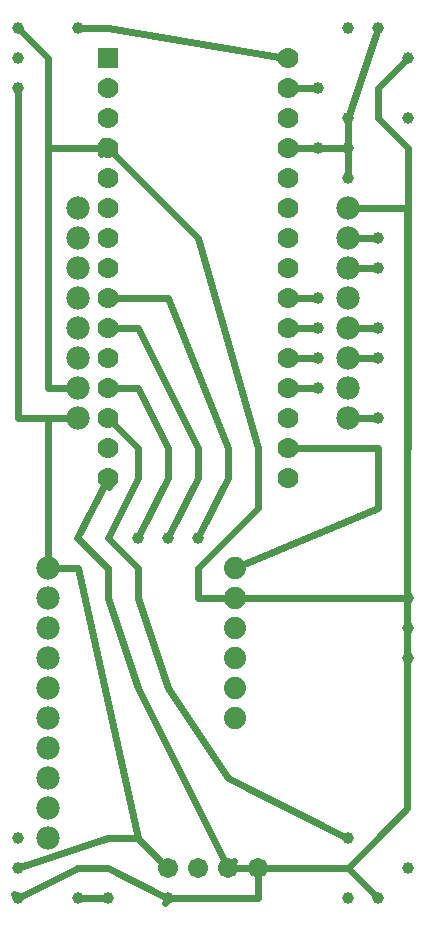
<source format=gbr>
G04*
G04 GERBER (RE)GENERATED BY FLATCAM v8.994 - www.flatcam.org - Version Date: 2020/11/7*
G04 Filename: cablabe drone_copperTop.gtl_edit*
G04 Created on : Sunday, 23 May 2021 at 01:13*
G04*
G04 RS-274X GERBER GENERATED BY FLATCAM v8.994 - www.flatcam.org - Version Date: 2020/11/7*
G04 Filename: cablabe drone_copperTop.gtl_edit*
G04 Created on : Sunday, 23 May 2021 at 01:12*
%FSLAX24Y24*%
%MOIN*%
%ADD10C,0.06719486561*%
%ADD11C,0.077999844*%
%ADD12C,0.03936992126*%
%ADD13C,0.06999986000000001*%
%ADD14C,0.074290851418*%
%ADD15R,0.06997186005600001X0.06999986000000001*%
%ADD16C,0.023999952*%

G70*
G90*
G01*
%LPD*%
D10*
X05890Y02080D03*
X06890Y02080D03*
X07890Y02080D03*
X08890Y02080D03*
D11*
X02900Y17080D03*
X02900Y18080D03*
X02900Y19080D03*
X02900Y20080D03*
X02900Y21080D03*
X02900Y22080D03*
X02900Y23080D03*
X02900Y24080D03*
X11900Y24080D03*
X11900Y23080D03*
X11900Y22080D03*
X11900Y21080D03*
X11900Y20080D03*
X11900Y19080D03*
X11900Y18080D03*
X11900Y17080D03*
X02900Y17080D03*
X02900Y18080D03*
X02900Y19080D03*
X02900Y20080D03*
X02900Y21080D03*
X02900Y22080D03*
X02900Y23080D03*
X02900Y24080D03*
X11900Y24080D03*
X11900Y23080D03*
X11900Y22080D03*
X11900Y21080D03*
X11900Y20080D03*
X11900Y19080D03*
X11900Y18080D03*
X11900Y17080D03*
X01900Y05080D03*
X01900Y06080D03*
X01900Y07080D03*
X01890Y08080D03*
X01900Y09080D03*
X01900Y10080D03*
X01900Y11080D03*
X01900Y12080D03*
X01900Y03080D03*
X01900Y04080D03*
D12*
X12900Y23080D03*
X12900Y19080D03*
X12900Y22080D03*
X12900Y17080D03*
X12900Y20080D03*
X02890Y30080D03*
X13900Y29080D03*
X10900Y28080D03*
X10900Y26080D03*
X10900Y21080D03*
X10900Y20080D03*
X10900Y18080D03*
X10900Y19080D03*
X00890Y30080D03*
X00890Y28080D03*
X11900Y30080D03*
X12900Y30080D03*
X00890Y29080D03*
X13900Y27080D03*
X11900Y03080D03*
X08890Y02080D03*
X07890Y02080D03*
X06890Y02080D03*
X05890Y02080D03*
X00900Y01080D03*
X05890Y01080D03*
X03900Y01080D03*
X02890Y01080D03*
X00890Y03080D03*
X00890Y02080D03*
X13900Y02080D03*
X12900Y01080D03*
X11900Y01080D03*
X06890Y13080D03*
X04890Y13080D03*
X05890Y13080D03*
X13900Y11080D03*
X13900Y10080D03*
X13900Y09080D03*
X11900Y26080D03*
X11900Y25080D03*
X11900Y27080D03*
D13*
X03900Y29080D03*
X03900Y28080D03*
X03900Y27080D03*
X03900Y26080D03*
X03900Y25080D03*
X03900Y24080D03*
X03900Y23080D03*
X03900Y22080D03*
X03900Y21080D03*
X03900Y20080D03*
X03900Y19080D03*
X03900Y18080D03*
X03900Y17080D03*
X03900Y16080D03*
X03900Y15080D03*
X09900Y29080D03*
X09900Y28080D03*
X09900Y27080D03*
X09900Y26080D03*
X09900Y25080D03*
X09900Y24080D03*
X09900Y23080D03*
X09900Y22080D03*
X09900Y21080D03*
X09900Y20080D03*
X09900Y19080D03*
X09900Y18080D03*
X09900Y17080D03*
X09900Y16080D03*
X09900Y15080D03*
D14*
X08150Y07070D03*
X08150Y08070D03*
X08150Y09080D03*
X08150Y10080D03*
X08150Y11080D03*
X08150Y12090D03*
D15*
X03890Y29080D03*
D16*
X12900Y03090D02*
X13880Y04070D01*
X11900Y02090D02*
X12900Y03090D01*
X13880Y04070D02*
X13880Y11080D01*
X12890Y01080D02*
X11900Y02090D01*
X11900Y02090D02*
X12890Y01080D01*
X08910Y01090D02*
X08900Y01770D01*
X05810Y00910D02*
X05890Y01070D01*
X05890Y01070D02*
X08910Y01090D01*
X08900Y11070D02*
X13880Y11080D01*
X13880Y11080D02*
X08900Y11070D01*
X04900Y03090D02*
X02890Y12070D01*
X09200Y02080D02*
X11900Y02090D01*
X13880Y11080D02*
X08470Y11080D01*
X05680Y02300D02*
X04900Y03090D01*
X02900Y12070D02*
X02200Y12080D01*
X03890Y12080D02*
X02880Y13090D01*
X13880Y16070D02*
X13880Y24070D01*
X13880Y11080D02*
X11890Y11080D01*
X11890Y11080D02*
X13880Y11080D01*
X04900Y08090D02*
X03910Y11080D01*
X03910Y11080D02*
X03890Y12080D01*
X02880Y13090D02*
X03900Y15070D01*
X04900Y08080D02*
X04900Y08090D01*
X03910Y11080D02*
X03900Y11080D01*
X13880Y24070D02*
X12200Y24080D01*
X07900Y02090D02*
X04900Y08080D01*
X08100Y02310D02*
X07900Y02090D01*
X03900Y15070D02*
X03930Y14790D01*
X08470Y11080D02*
X13880Y11080D01*
X13880Y11080D02*
X13880Y16070D01*
X12710Y20080D02*
X12200Y20080D01*
X12710Y19080D02*
X12200Y19080D01*
X12710Y17080D02*
X12200Y17080D01*
X12900Y14070D02*
X12900Y16080D01*
X01890Y18070D02*
X01890Y26080D01*
X03890Y26090D02*
X03880Y26070D01*
X01890Y26080D02*
X03890Y26090D01*
X03880Y26070D02*
X03670Y25890D01*
X02590Y18080D02*
X01890Y18070D01*
X03910Y30090D02*
X03080Y30080D01*
X09610Y29130D02*
X03910Y30090D01*
X08440Y12210D02*
X12900Y14070D01*
X12900Y16080D02*
X10190Y16080D01*
X03710Y01080D02*
X03080Y01080D01*
X13900Y26080D02*
X12900Y27080D01*
X12900Y27080D02*
X12890Y28070D01*
X12890Y28070D02*
X13760Y28950D01*
X13900Y16070D02*
X13900Y26080D01*
X13880Y24070D02*
X13900Y16070D01*
X12200Y24080D02*
X13880Y24070D01*
X00890Y01090D02*
X00760Y01220D01*
X02880Y02080D02*
X02890Y02080D01*
X02890Y02080D02*
X00890Y01090D01*
X03890Y02070D02*
X02880Y02080D01*
X05720Y01160D02*
X03890Y02070D01*
X11900Y02090D02*
X12760Y01220D01*
X09200Y02080D02*
X11900Y02090D01*
X06900Y11080D02*
X06900Y12080D01*
X08900Y16080D02*
X06900Y23080D01*
X08900Y14070D02*
X08900Y16080D01*
X01900Y26090D02*
X01900Y29070D01*
X01900Y29070D02*
X01030Y29950D01*
X06900Y23080D02*
X05890Y24080D01*
X12710Y23080D02*
X12200Y23080D01*
X12710Y22080D02*
X12200Y22080D01*
X07900Y11080D02*
X06900Y11080D01*
X05890Y24080D02*
X04100Y25870D01*
X06900Y12080D02*
X08900Y14070D01*
X07840Y11080D02*
X07900Y11080D01*
X08200Y02080D02*
X08590Y02080D01*
X03890Y26090D02*
X01900Y26090D01*
X03730Y26320D02*
X03890Y26090D01*
X10710Y21080D02*
X10190Y21080D01*
X10710Y20080D02*
X10190Y20080D01*
X10710Y19080D02*
X10190Y19080D01*
X10710Y18080D02*
X10190Y18080D01*
X04900Y03070D02*
X03910Y03070D01*
X03910Y03070D02*
X01080Y02140D01*
X05680Y02300D02*
X04900Y03070D01*
X10710Y28080D02*
X10190Y28080D01*
X11890Y27080D02*
X12830Y29900D01*
X11890Y26090D02*
X11890Y27080D01*
X10900Y26080D02*
X11890Y26090D01*
X10190Y26080D02*
X10900Y26080D01*
X03890Y13090D02*
X04900Y15070D01*
X07890Y05070D02*
X05890Y08070D01*
X05890Y08070D02*
X04890Y11080D01*
X04890Y11080D02*
X04900Y11080D01*
X04900Y11080D02*
X04890Y12070D01*
X04890Y12070D02*
X03890Y13090D01*
X04900Y15070D02*
X04900Y16070D01*
X04900Y16070D02*
X04100Y16870D01*
X11730Y03160D02*
X07890Y05070D01*
X01900Y17090D02*
X02590Y17080D01*
X01900Y12380D02*
X01900Y17090D01*
X01900Y17090D02*
X02590Y17080D01*
X00890Y17080D02*
X01900Y17090D01*
X00890Y27890D02*
X00890Y17080D01*
X04890Y18080D02*
X04190Y18080D01*
X04890Y20070D02*
X04190Y20080D01*
X05890Y21070D02*
X04190Y21080D01*
X07900Y16080D02*
X05890Y21070D01*
X07900Y15070D02*
X07900Y16080D01*
X06900Y15070D02*
X06900Y16080D01*
X05890Y15070D02*
X05890Y16080D01*
X06900Y16080D02*
X04890Y20070D01*
X05890Y16080D02*
X04890Y18080D01*
X04980Y13250D02*
X05890Y15070D01*
X05980Y13250D02*
X06900Y15070D01*
X06980Y13250D02*
X07900Y15070D01*
X11900Y25890D02*
X11900Y25270D01*
M02*

</source>
